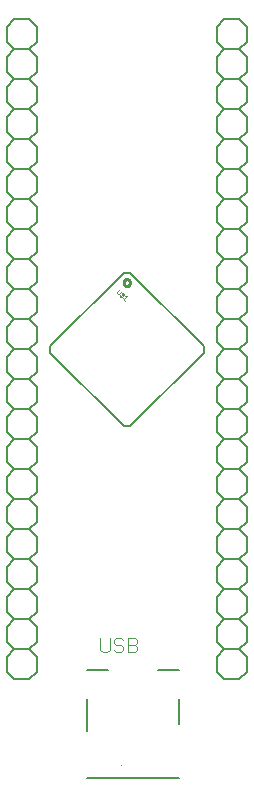
<source format=gto>
G75*
G70*
%OFA0B0*%
%FSLAX24Y24*%
%IPPOS*%
%LPD*%
%AMOC8*
5,1,8,0,0,1.08239X$1,22.5*
%
%ADD10C,0.0080*%
%ADD11C,0.0100*%
%ADD12C,0.0010*%
%ADD13C,0.0060*%
%ADD14C,0.0040*%
%ADD15C,0.0050*%
D10*
X004299Y012720D02*
X001849Y015170D01*
X001849Y015392D01*
X004299Y017842D01*
X004521Y017842D01*
X006971Y015392D01*
X006971Y015170D01*
X004521Y012720D01*
X004299Y012720D01*
D11*
X004299Y017508D02*
X004301Y017528D01*
X004306Y017548D01*
X004316Y017566D01*
X004328Y017583D01*
X004343Y017597D01*
X004361Y017607D01*
X004380Y017615D01*
X004400Y017619D01*
X004420Y017619D01*
X004440Y017615D01*
X004459Y017607D01*
X004477Y017597D01*
X004492Y017583D01*
X004504Y017566D01*
X004514Y017548D01*
X004519Y017528D01*
X004521Y017508D01*
X004519Y017488D01*
X004514Y017468D01*
X004504Y017450D01*
X004492Y017433D01*
X004477Y017419D01*
X004459Y017409D01*
X004440Y017401D01*
X004420Y017397D01*
X004400Y017397D01*
X004380Y017401D01*
X004361Y017409D01*
X004343Y017419D01*
X004328Y017433D01*
X004316Y017450D01*
X004306Y017468D01*
X004301Y017488D01*
X004299Y017508D01*
D12*
X004170Y017296D02*
X004081Y017208D01*
X004081Y017173D01*
X004117Y017137D01*
X004152Y017137D01*
X004240Y017226D01*
X004256Y017175D02*
X004292Y017175D01*
X004327Y017139D01*
X004327Y017104D01*
X004343Y017053D02*
X004413Y017053D01*
X004307Y016947D01*
X004272Y016982D02*
X004343Y016911D01*
X004256Y017033D02*
X004274Y017051D01*
X004274Y017086D01*
X004238Y017121D01*
X004238Y017157D01*
X004256Y017175D01*
X004327Y017175D02*
X004185Y017033D01*
X004185Y017068D02*
X004221Y017033D01*
X004256Y017033D01*
X004185Y017068D02*
X004185Y017104D01*
D13*
X000410Y004531D02*
X000660Y004281D01*
X001160Y004281D01*
X001410Y004531D01*
X001410Y005031D01*
X001160Y005281D01*
X000660Y005281D01*
X000410Y005031D01*
X000410Y004531D01*
X000660Y005281D02*
X000410Y005531D01*
X000410Y006031D01*
X000660Y006281D01*
X001160Y006281D01*
X001410Y006031D01*
X001410Y005531D01*
X001160Y005281D01*
X001160Y006281D02*
X001410Y006531D01*
X001410Y007031D01*
X001160Y007281D01*
X000660Y007281D01*
X000410Y007031D01*
X000410Y006531D01*
X000660Y006281D01*
X000660Y007281D02*
X000410Y007531D01*
X000410Y008031D01*
X000660Y008281D01*
X000410Y008531D01*
X000410Y009031D01*
X000660Y009281D01*
X000410Y009531D01*
X000410Y010031D01*
X000660Y010281D01*
X000410Y010531D01*
X000410Y011031D01*
X000660Y011281D01*
X000410Y011531D01*
X000410Y012031D01*
X000660Y012281D01*
X000410Y012531D01*
X000410Y013031D01*
X000660Y013281D01*
X000410Y013531D01*
X000410Y014031D01*
X000660Y014281D01*
X000410Y014531D01*
X000410Y015031D01*
X000660Y015281D01*
X000410Y015531D01*
X000410Y016031D01*
X000660Y016281D01*
X000410Y016531D01*
X000410Y017031D01*
X000660Y017281D01*
X000410Y017531D01*
X000410Y018031D01*
X000660Y018281D01*
X000410Y018531D01*
X000410Y019031D01*
X000660Y019281D01*
X000410Y019531D01*
X000410Y020031D01*
X000660Y020281D01*
X000410Y020531D01*
X000410Y021031D01*
X000660Y021281D01*
X000410Y021531D01*
X000410Y022031D01*
X000660Y022281D01*
X000410Y022531D01*
X000410Y023031D01*
X000660Y023281D01*
X000410Y023531D01*
X000410Y024031D01*
X000660Y024281D01*
X000410Y024531D01*
X000410Y025031D01*
X000660Y025281D01*
X000410Y025531D01*
X000410Y026031D01*
X000660Y026281D01*
X001160Y026281D01*
X001410Y026031D01*
X001410Y025531D01*
X001160Y025281D01*
X001410Y025031D01*
X001410Y024531D01*
X001160Y024281D01*
X000660Y024281D01*
X000660Y025281D02*
X001160Y025281D01*
X001160Y024281D02*
X001410Y024031D01*
X001410Y023531D01*
X001160Y023281D01*
X001410Y023031D01*
X001410Y022531D01*
X001160Y022281D01*
X001410Y022031D01*
X001410Y021531D01*
X001160Y021281D01*
X000660Y021281D01*
X000660Y020281D02*
X001160Y020281D01*
X001410Y020031D01*
X001410Y019531D01*
X001160Y019281D01*
X001410Y019031D01*
X001410Y018531D01*
X001160Y018281D01*
X000660Y018281D01*
X000660Y017281D02*
X001160Y017281D01*
X001410Y017031D01*
X001410Y016531D01*
X001160Y016281D01*
X001410Y016031D01*
X001410Y015531D01*
X001160Y015281D01*
X000660Y015281D01*
X000660Y014281D02*
X001160Y014281D01*
X001410Y014031D01*
X001410Y013531D01*
X001160Y013281D01*
X001410Y013031D01*
X001410Y012531D01*
X001160Y012281D01*
X000660Y012281D01*
X000660Y013281D02*
X001160Y013281D01*
X001160Y012281D02*
X001410Y012031D01*
X001410Y011531D01*
X001160Y011281D01*
X001410Y011031D01*
X001410Y010531D01*
X001160Y010281D01*
X001410Y010031D01*
X001410Y009531D01*
X001160Y009281D01*
X000660Y009281D01*
X000660Y008281D02*
X001160Y008281D01*
X001410Y008031D01*
X001410Y007531D01*
X001160Y007281D01*
X001160Y008281D02*
X001410Y008531D01*
X001410Y009031D01*
X001160Y009281D01*
X001160Y010281D02*
X000660Y010281D01*
X000660Y011281D02*
X001160Y011281D01*
X001160Y014281D02*
X001410Y014531D01*
X001410Y015031D01*
X001160Y015281D01*
X001160Y016281D02*
X000660Y016281D01*
X001160Y017281D02*
X001410Y017531D01*
X001410Y018031D01*
X001160Y018281D01*
X001160Y019281D02*
X000660Y019281D01*
X001160Y020281D02*
X001410Y020531D01*
X001410Y021031D01*
X001160Y021281D01*
X001160Y022281D02*
X000660Y022281D01*
X000660Y023281D02*
X001160Y023281D01*
X007410Y023031D02*
X007410Y022531D01*
X007660Y022281D01*
X008160Y022281D01*
X008410Y022531D01*
X008410Y023031D01*
X008160Y023281D01*
X008410Y023531D01*
X008410Y024031D01*
X008160Y024281D01*
X008410Y024531D01*
X008410Y025031D01*
X008160Y025281D01*
X008410Y025531D01*
X008410Y026031D01*
X008160Y026281D01*
X007660Y026281D01*
X007410Y026031D01*
X007410Y025531D01*
X007660Y025281D01*
X008160Y025281D01*
X008160Y024281D02*
X007660Y024281D01*
X007410Y024531D01*
X007410Y025031D01*
X007660Y025281D01*
X007660Y024281D02*
X007410Y024031D01*
X007410Y023531D01*
X007660Y023281D01*
X008160Y023281D01*
X008160Y022281D02*
X008410Y022031D01*
X008410Y021531D01*
X008160Y021281D01*
X008410Y021031D01*
X008410Y020531D01*
X008160Y020281D01*
X008410Y020031D01*
X008410Y019531D01*
X008160Y019281D01*
X008410Y019031D01*
X008410Y018531D01*
X008160Y018281D01*
X008410Y018031D01*
X008410Y017531D01*
X008160Y017281D01*
X008410Y017031D01*
X008410Y016531D01*
X008160Y016281D01*
X008410Y016031D01*
X008410Y015531D01*
X008160Y015281D01*
X008410Y015031D01*
X008410Y014531D01*
X008160Y014281D01*
X008410Y014031D01*
X008410Y013531D01*
X008160Y013281D01*
X008410Y013031D01*
X008410Y012531D01*
X008160Y012281D01*
X008410Y012031D01*
X008410Y011531D01*
X008160Y011281D01*
X008410Y011031D01*
X008410Y010531D01*
X008160Y010281D01*
X008410Y010031D01*
X008410Y009531D01*
X008160Y009281D01*
X008410Y009031D01*
X008410Y008531D01*
X008160Y008281D01*
X008410Y008031D01*
X008410Y007531D01*
X008160Y007281D01*
X008410Y007031D01*
X008410Y006531D01*
X008160Y006281D01*
X008410Y006031D01*
X008410Y005531D01*
X008160Y005281D01*
X008410Y005031D01*
X008410Y004531D01*
X008160Y004281D01*
X007660Y004281D01*
X007410Y004531D01*
X007410Y005031D01*
X007660Y005281D01*
X007410Y005531D01*
X007410Y006031D01*
X007660Y006281D01*
X008160Y006281D01*
X008160Y005281D02*
X007660Y005281D01*
X007660Y006281D02*
X007410Y006531D01*
X007410Y007031D01*
X007660Y007281D01*
X007410Y007531D01*
X007410Y008031D01*
X007660Y008281D01*
X007410Y008531D01*
X007410Y009031D01*
X007660Y009281D01*
X008160Y009281D01*
X008160Y008281D02*
X007660Y008281D01*
X007660Y009281D02*
X007410Y009531D01*
X007410Y010031D01*
X007660Y010281D01*
X007410Y010531D01*
X007410Y011031D01*
X007660Y011281D01*
X007410Y011531D01*
X007410Y012031D01*
X007660Y012281D01*
X008160Y012281D01*
X008160Y013281D02*
X007660Y013281D01*
X007410Y013531D01*
X007410Y014031D01*
X007660Y014281D01*
X007410Y014531D01*
X007410Y015031D01*
X007660Y015281D01*
X008160Y015281D01*
X008160Y014281D02*
X007660Y014281D01*
X007660Y013281D02*
X007410Y013031D01*
X007410Y012531D01*
X007660Y012281D01*
X007660Y011281D02*
X008160Y011281D01*
X008160Y010281D02*
X007660Y010281D01*
X007660Y007281D02*
X008160Y007281D01*
X007660Y015281D02*
X007410Y015531D01*
X007410Y016031D01*
X007660Y016281D01*
X007410Y016531D01*
X007410Y017031D01*
X007660Y017281D01*
X007410Y017531D01*
X007410Y018031D01*
X007660Y018281D01*
X008160Y018281D01*
X008160Y017281D02*
X007660Y017281D01*
X007660Y016281D02*
X008160Y016281D01*
X007660Y018281D02*
X007410Y018531D01*
X007410Y019031D01*
X007660Y019281D01*
X007410Y019531D01*
X007410Y020031D01*
X007660Y020281D01*
X007410Y020531D01*
X007410Y021031D01*
X007660Y021281D01*
X008160Y021281D01*
X008160Y020281D02*
X007660Y020281D01*
X007660Y021281D02*
X007410Y021531D01*
X007410Y022031D01*
X007660Y022281D01*
X007410Y023031D02*
X007660Y023281D01*
X007660Y019281D02*
X008160Y019281D01*
D14*
X004675Y005662D02*
X004444Y005662D01*
X004444Y005202D01*
X004675Y005202D01*
X004751Y005279D01*
X004751Y005355D01*
X004675Y005432D01*
X004444Y005432D01*
X004291Y005355D02*
X004291Y005279D01*
X004214Y005202D01*
X004061Y005202D01*
X003984Y005279D01*
X004061Y005432D02*
X003984Y005509D01*
X003984Y005586D01*
X004061Y005662D01*
X004214Y005662D01*
X004291Y005586D01*
X004214Y005432D02*
X004291Y005355D01*
X004214Y005432D02*
X004061Y005432D01*
X003831Y005279D02*
X003831Y005662D01*
X003831Y005279D02*
X003754Y005202D01*
X003600Y005202D01*
X003524Y005279D01*
X003524Y005662D01*
X004675Y005662D02*
X004751Y005586D01*
X004751Y005509D01*
X004675Y005432D01*
X004201Y001420D02*
X004201Y001420D01*
D15*
X003783Y004611D02*
X003075Y004611D01*
X003075Y003627D02*
X003075Y002564D01*
X003075Y000989D02*
X006145Y000989D01*
X006145Y002800D02*
X006145Y003627D01*
X006145Y004611D02*
X005437Y004611D01*
M02*

</source>
